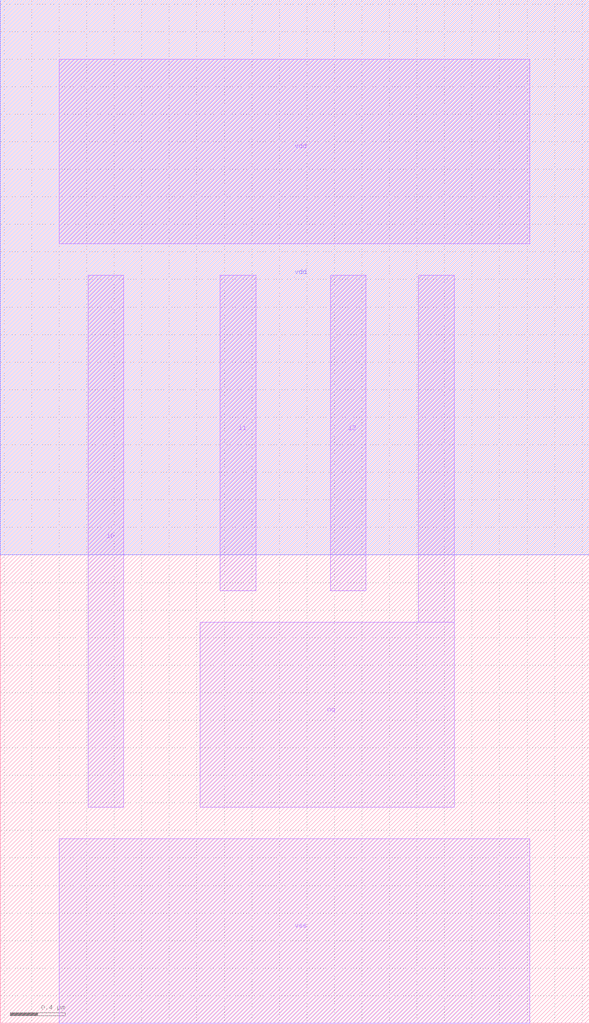
<source format=lef>
VERSION 5.7 ;
  NOWIREEXTENSIONATPIN ON ;
  DIVIDERCHAR "/" ;
  BUSBITCHARS "[]" ;
MACRO nor3_x1
  CLASS BLOCK ;
  FOREIGN nor3_x1 ;
  ORIGIN 0.430 0.000 ;
  SIZE 4.280 BY 7.430 ;
  PIN vss
    ANTENNADIFFAREA 2.930400 ;
    PORT
      LAYER Metal1 ;
        RECT 0.000 0.000 3.420 1.340 ;
    END
  END vss
  PIN vdd
    ANTENNADIFFAREA 2.043400 ;
    PORT
      LAYER Nwell ;
        RECT -0.430 3.400 3.850 7.430 ;
      LAYER Metal1 ;
        RECT 0.000 5.660 3.420 7.000 ;
    END
  END vdd
  PIN nq
    ANTENNADIFFAREA 2.713000 ;
    PORT
      LAYER Metal1 ;
        RECT 2.610 2.910 2.870 5.430 ;
        RECT 1.025 1.570 2.870 2.910 ;
    END
  END nq
  PIN i0
    ANTENNAGATEAREA 1.106000 ;
    PORT
      LAYER Metal1 ;
        RECT 0.210 1.570 0.470 5.430 ;
    END
  END i0
  PIN i1
    ANTENNAGATEAREA 1.106000 ;
    PORT
      LAYER Metal1 ;
        RECT 1.170 3.140 1.430 5.430 ;
    END
  END i1
  PIN i2
    ANTENNAGATEAREA 1.106000 ;
    PORT
      LAYER Metal1 ;
        RECT 1.970 3.140 2.230 5.430 ;
    END
  END i2
END nor3_x1
END LIBRARY


</source>
